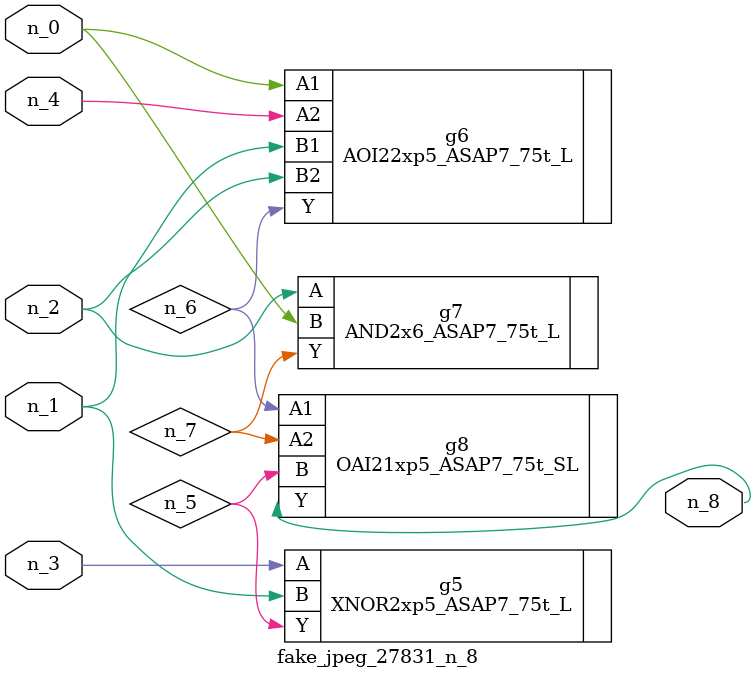
<source format=v>
module fake_jpeg_27831_n_8 (n_3, n_2, n_1, n_0, n_4, n_8);

input n_3;
input n_2;
input n_1;
input n_0;
input n_4;

output n_8;

wire n_6;
wire n_5;
wire n_7;

XNOR2xp5_ASAP7_75t_L g5 ( 
.A(n_3),
.B(n_1),
.Y(n_5)
);

AOI22xp5_ASAP7_75t_L g6 ( 
.A1(n_0),
.A2(n_4),
.B1(n_1),
.B2(n_2),
.Y(n_6)
);

AND2x6_ASAP7_75t_L g7 ( 
.A(n_2),
.B(n_0),
.Y(n_7)
);

OAI21xp5_ASAP7_75t_SL g8 ( 
.A1(n_6),
.A2(n_7),
.B(n_5),
.Y(n_8)
);


endmodule
</source>
